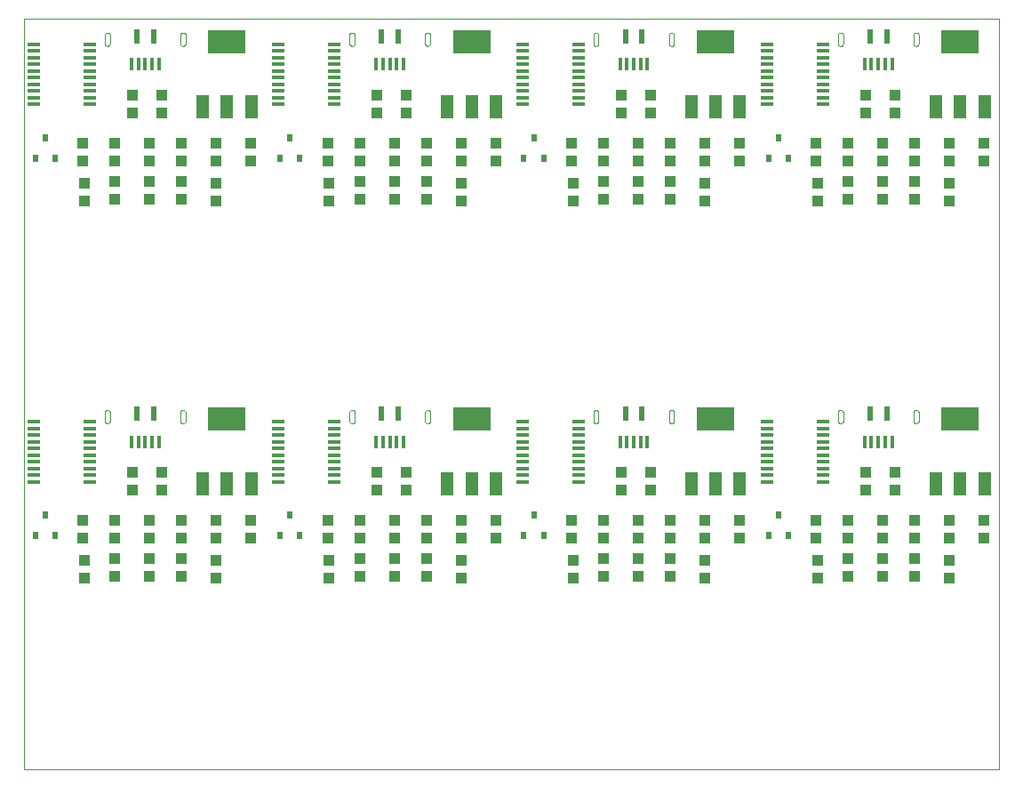
<source format=gtp>
G75*
%MOIN*%
%OFA0B0*%
%FSLAX24Y24*%
%IPPOS*%
%LPD*%
%AMOC8*
5,1,8,0,0,1.08239X$1,22.5*
%
%ADD10C,0.0000*%
%ADD11R,0.0394X0.0433*%
%ADD12R,0.0433X0.0394*%
%ADD13R,0.0450X0.0150*%
%ADD14R,0.0236X0.0276*%
%ADD15R,0.0480X0.0880*%
%ADD16R,0.1417X0.0866*%
%ADD17R,0.0236X0.0531*%
%ADD18R,0.0157X0.0492*%
D10*
X000881Y000911D02*
X000881Y029051D01*
X037433Y029051D01*
X037433Y000911D01*
X000881Y000911D01*
X003893Y013966D02*
X003893Y014281D01*
X003894Y014298D01*
X003899Y014315D01*
X003906Y014330D01*
X003916Y014344D01*
X003928Y014356D01*
X003942Y014366D01*
X003957Y014373D01*
X003974Y014378D01*
X003991Y014379D01*
X004008Y014378D01*
X004025Y014373D01*
X004040Y014366D01*
X004054Y014356D01*
X004066Y014344D01*
X004076Y014330D01*
X004083Y014315D01*
X004088Y014298D01*
X004089Y014281D01*
X004090Y014281D02*
X004090Y013966D01*
X003991Y013868D02*
X003974Y013869D01*
X003957Y013874D01*
X003942Y013881D01*
X003928Y013891D01*
X003916Y013903D01*
X003906Y013917D01*
X003899Y013932D01*
X003894Y013949D01*
X003893Y013966D01*
X003991Y013868D02*
X004008Y013869D01*
X004025Y013874D01*
X004040Y013881D01*
X004054Y013891D01*
X004066Y013903D01*
X004076Y013917D01*
X004083Y013932D01*
X004088Y013949D01*
X004089Y013966D01*
X006728Y013966D02*
X006728Y014281D01*
X006729Y014298D01*
X006734Y014315D01*
X006741Y014330D01*
X006751Y014344D01*
X006763Y014356D01*
X006777Y014366D01*
X006792Y014373D01*
X006809Y014378D01*
X006826Y014379D01*
X006843Y014378D01*
X006860Y014373D01*
X006875Y014366D01*
X006889Y014356D01*
X006901Y014344D01*
X006911Y014330D01*
X006918Y014315D01*
X006923Y014298D01*
X006924Y014281D01*
X006924Y013966D01*
X006826Y013868D02*
X006809Y013869D01*
X006792Y013874D01*
X006777Y013881D01*
X006763Y013891D01*
X006751Y013903D01*
X006741Y013917D01*
X006734Y013932D01*
X006729Y013949D01*
X006728Y013966D01*
X006826Y013868D02*
X006843Y013869D01*
X006860Y013874D01*
X006875Y013881D01*
X006889Y013891D01*
X006901Y013903D01*
X006911Y013917D01*
X006918Y013932D01*
X006923Y013949D01*
X006924Y013966D01*
X013070Y013966D02*
X013070Y014281D01*
X013071Y014281D02*
X013072Y014298D01*
X013077Y014315D01*
X013084Y014330D01*
X013094Y014344D01*
X013106Y014356D01*
X013120Y014366D01*
X013135Y014373D01*
X013152Y014378D01*
X013169Y014379D01*
X013186Y014378D01*
X013203Y014373D01*
X013218Y014366D01*
X013232Y014356D01*
X013244Y014344D01*
X013254Y014330D01*
X013261Y014315D01*
X013266Y014298D01*
X013267Y014281D01*
X013267Y013966D01*
X013169Y013868D02*
X013152Y013869D01*
X013135Y013874D01*
X013120Y013881D01*
X013106Y013891D01*
X013094Y013903D01*
X013084Y013917D01*
X013077Y013932D01*
X013072Y013949D01*
X013071Y013966D01*
X013169Y013868D02*
X013186Y013869D01*
X013203Y013874D01*
X013218Y013881D01*
X013232Y013891D01*
X013244Y013903D01*
X013254Y013917D01*
X013261Y013932D01*
X013266Y013949D01*
X013267Y013966D01*
X015905Y013966D02*
X015905Y014281D01*
X015906Y014298D01*
X015911Y014315D01*
X015918Y014330D01*
X015928Y014344D01*
X015940Y014356D01*
X015954Y014366D01*
X015969Y014373D01*
X015986Y014378D01*
X016003Y014379D01*
X016020Y014378D01*
X016037Y014373D01*
X016052Y014366D01*
X016066Y014356D01*
X016078Y014344D01*
X016088Y014330D01*
X016095Y014315D01*
X016100Y014298D01*
X016101Y014281D01*
X016102Y014281D02*
X016102Y013966D01*
X016003Y013868D02*
X015986Y013869D01*
X015969Y013874D01*
X015954Y013881D01*
X015940Y013891D01*
X015928Y013903D01*
X015918Y013917D01*
X015911Y013932D01*
X015906Y013949D01*
X015905Y013966D01*
X016003Y013868D02*
X016020Y013869D01*
X016037Y013874D01*
X016052Y013881D01*
X016066Y013891D01*
X016078Y013903D01*
X016088Y013917D01*
X016095Y013932D01*
X016100Y013949D01*
X016101Y013966D01*
X022218Y013966D02*
X022218Y014281D01*
X022219Y014298D01*
X022224Y014315D01*
X022231Y014330D01*
X022241Y014344D01*
X022253Y014356D01*
X022267Y014366D01*
X022282Y014373D01*
X022299Y014378D01*
X022316Y014379D01*
X022333Y014378D01*
X022350Y014373D01*
X022365Y014366D01*
X022379Y014356D01*
X022391Y014344D01*
X022401Y014330D01*
X022408Y014315D01*
X022413Y014298D01*
X022414Y014281D01*
X022415Y014281D02*
X022415Y013966D01*
X022316Y013868D02*
X022299Y013869D01*
X022282Y013874D01*
X022267Y013881D01*
X022253Y013891D01*
X022241Y013903D01*
X022231Y013917D01*
X022224Y013932D01*
X022219Y013949D01*
X022218Y013966D01*
X022316Y013868D02*
X022333Y013869D01*
X022350Y013874D01*
X022365Y013881D01*
X022379Y013891D01*
X022391Y013903D01*
X022401Y013917D01*
X022408Y013932D01*
X022413Y013949D01*
X022414Y013966D01*
X025052Y013966D02*
X025052Y014281D01*
X025053Y014281D02*
X025054Y014298D01*
X025059Y014315D01*
X025066Y014330D01*
X025076Y014344D01*
X025088Y014356D01*
X025102Y014366D01*
X025117Y014373D01*
X025134Y014378D01*
X025151Y014379D01*
X025168Y014378D01*
X025185Y014373D01*
X025200Y014366D01*
X025214Y014356D01*
X025226Y014344D01*
X025236Y014330D01*
X025243Y014315D01*
X025248Y014298D01*
X025249Y014281D01*
X025249Y013966D01*
X025151Y013868D02*
X025134Y013869D01*
X025117Y013874D01*
X025102Y013881D01*
X025088Y013891D01*
X025076Y013903D01*
X025066Y013917D01*
X025059Y013932D01*
X025054Y013949D01*
X025053Y013966D01*
X025151Y013868D02*
X025168Y013869D01*
X025185Y013874D01*
X025200Y013881D01*
X025214Y013891D01*
X025226Y013903D01*
X025236Y013917D01*
X025243Y013932D01*
X025248Y013949D01*
X025249Y013966D01*
X031390Y013966D02*
X031390Y014281D01*
X031391Y014298D01*
X031396Y014315D01*
X031403Y014330D01*
X031413Y014344D01*
X031425Y014356D01*
X031439Y014366D01*
X031454Y014373D01*
X031471Y014378D01*
X031488Y014379D01*
X031505Y014378D01*
X031522Y014373D01*
X031537Y014366D01*
X031551Y014356D01*
X031563Y014344D01*
X031573Y014330D01*
X031580Y014315D01*
X031585Y014298D01*
X031586Y014281D01*
X031586Y013966D01*
X031488Y013868D02*
X031471Y013869D01*
X031454Y013874D01*
X031439Y013881D01*
X031425Y013891D01*
X031413Y013903D01*
X031403Y013917D01*
X031396Y013932D01*
X031391Y013949D01*
X031390Y013966D01*
X031488Y013868D02*
X031505Y013869D01*
X031522Y013874D01*
X031537Y013881D01*
X031551Y013891D01*
X031563Y013903D01*
X031573Y013917D01*
X031580Y013932D01*
X031585Y013949D01*
X031586Y013966D01*
X034224Y013966D02*
X034224Y014281D01*
X034225Y014281D02*
X034226Y014298D01*
X034231Y014315D01*
X034238Y014330D01*
X034248Y014344D01*
X034260Y014356D01*
X034274Y014366D01*
X034289Y014373D01*
X034306Y014378D01*
X034323Y014379D01*
X034340Y014378D01*
X034357Y014373D01*
X034372Y014366D01*
X034386Y014356D01*
X034398Y014344D01*
X034408Y014330D01*
X034415Y014315D01*
X034420Y014298D01*
X034421Y014281D01*
X034421Y013966D01*
X034323Y013868D02*
X034306Y013869D01*
X034289Y013874D01*
X034274Y013881D01*
X034260Y013891D01*
X034248Y013903D01*
X034238Y013917D01*
X034231Y013932D01*
X034226Y013949D01*
X034225Y013966D01*
X034323Y013868D02*
X034340Y013869D01*
X034357Y013874D01*
X034372Y013881D01*
X034386Y013891D01*
X034398Y013903D01*
X034408Y013917D01*
X034415Y013932D01*
X034420Y013949D01*
X034421Y013966D01*
X034421Y028110D02*
X034421Y028425D01*
X034323Y028523D02*
X034306Y028522D01*
X034289Y028517D01*
X034274Y028510D01*
X034260Y028500D01*
X034248Y028488D01*
X034238Y028474D01*
X034231Y028459D01*
X034226Y028442D01*
X034225Y028425D01*
X034224Y028425D02*
X034224Y028110D01*
X034225Y028110D02*
X034226Y028093D01*
X034231Y028076D01*
X034238Y028061D01*
X034248Y028047D01*
X034260Y028035D01*
X034274Y028025D01*
X034289Y028018D01*
X034306Y028013D01*
X034323Y028012D01*
X034340Y028013D01*
X034357Y028018D01*
X034372Y028025D01*
X034386Y028035D01*
X034398Y028047D01*
X034408Y028061D01*
X034415Y028076D01*
X034420Y028093D01*
X034421Y028110D01*
X034421Y028425D02*
X034420Y028442D01*
X034415Y028459D01*
X034408Y028474D01*
X034398Y028488D01*
X034386Y028500D01*
X034372Y028510D01*
X034357Y028517D01*
X034340Y028522D01*
X034323Y028523D01*
X031586Y028425D02*
X031586Y028110D01*
X031488Y028012D02*
X031471Y028013D01*
X031454Y028018D01*
X031439Y028025D01*
X031425Y028035D01*
X031413Y028047D01*
X031403Y028061D01*
X031396Y028076D01*
X031391Y028093D01*
X031390Y028110D01*
X031390Y028425D01*
X031391Y028442D01*
X031396Y028459D01*
X031403Y028474D01*
X031413Y028488D01*
X031425Y028500D01*
X031439Y028510D01*
X031454Y028517D01*
X031471Y028522D01*
X031488Y028523D01*
X031505Y028522D01*
X031522Y028517D01*
X031537Y028510D01*
X031551Y028500D01*
X031563Y028488D01*
X031573Y028474D01*
X031580Y028459D01*
X031585Y028442D01*
X031586Y028425D01*
X031586Y028110D02*
X031585Y028093D01*
X031580Y028076D01*
X031573Y028061D01*
X031563Y028047D01*
X031551Y028035D01*
X031537Y028025D01*
X031522Y028018D01*
X031505Y028013D01*
X031488Y028012D01*
X025249Y028110D02*
X025249Y028425D01*
X025151Y028523D02*
X025134Y028522D01*
X025117Y028517D01*
X025102Y028510D01*
X025088Y028500D01*
X025076Y028488D01*
X025066Y028474D01*
X025059Y028459D01*
X025054Y028442D01*
X025053Y028425D01*
X025052Y028425D02*
X025052Y028110D01*
X025053Y028110D02*
X025054Y028093D01*
X025059Y028076D01*
X025066Y028061D01*
X025076Y028047D01*
X025088Y028035D01*
X025102Y028025D01*
X025117Y028018D01*
X025134Y028013D01*
X025151Y028012D01*
X025168Y028013D01*
X025185Y028018D01*
X025200Y028025D01*
X025214Y028035D01*
X025226Y028047D01*
X025236Y028061D01*
X025243Y028076D01*
X025248Y028093D01*
X025249Y028110D01*
X025249Y028425D02*
X025248Y028442D01*
X025243Y028459D01*
X025236Y028474D01*
X025226Y028488D01*
X025214Y028500D01*
X025200Y028510D01*
X025185Y028517D01*
X025168Y028522D01*
X025151Y028523D01*
X022415Y028425D02*
X022415Y028110D01*
X022316Y028012D02*
X022299Y028013D01*
X022282Y028018D01*
X022267Y028025D01*
X022253Y028035D01*
X022241Y028047D01*
X022231Y028061D01*
X022224Y028076D01*
X022219Y028093D01*
X022218Y028110D01*
X022218Y028425D01*
X022219Y028442D01*
X022224Y028459D01*
X022231Y028474D01*
X022241Y028488D01*
X022253Y028500D01*
X022267Y028510D01*
X022282Y028517D01*
X022299Y028522D01*
X022316Y028523D01*
X022333Y028522D01*
X022350Y028517D01*
X022365Y028510D01*
X022379Y028500D01*
X022391Y028488D01*
X022401Y028474D01*
X022408Y028459D01*
X022413Y028442D01*
X022414Y028425D01*
X022414Y028110D02*
X022413Y028093D01*
X022408Y028076D01*
X022401Y028061D01*
X022391Y028047D01*
X022379Y028035D01*
X022365Y028025D01*
X022350Y028018D01*
X022333Y028013D01*
X022316Y028012D01*
X016102Y028110D02*
X016102Y028425D01*
X016003Y028523D02*
X015986Y028522D01*
X015969Y028517D01*
X015954Y028510D01*
X015940Y028500D01*
X015928Y028488D01*
X015918Y028474D01*
X015911Y028459D01*
X015906Y028442D01*
X015905Y028425D01*
X015905Y028110D01*
X015906Y028093D01*
X015911Y028076D01*
X015918Y028061D01*
X015928Y028047D01*
X015940Y028035D01*
X015954Y028025D01*
X015969Y028018D01*
X015986Y028013D01*
X016003Y028012D01*
X016020Y028013D01*
X016037Y028018D01*
X016052Y028025D01*
X016066Y028035D01*
X016078Y028047D01*
X016088Y028061D01*
X016095Y028076D01*
X016100Y028093D01*
X016101Y028110D01*
X016101Y028425D02*
X016100Y028442D01*
X016095Y028459D01*
X016088Y028474D01*
X016078Y028488D01*
X016066Y028500D01*
X016052Y028510D01*
X016037Y028517D01*
X016020Y028522D01*
X016003Y028523D01*
X013267Y028425D02*
X013267Y028110D01*
X013169Y028012D02*
X013152Y028013D01*
X013135Y028018D01*
X013120Y028025D01*
X013106Y028035D01*
X013094Y028047D01*
X013084Y028061D01*
X013077Y028076D01*
X013072Y028093D01*
X013071Y028110D01*
X013070Y028110D02*
X013070Y028425D01*
X013071Y028425D02*
X013072Y028442D01*
X013077Y028459D01*
X013084Y028474D01*
X013094Y028488D01*
X013106Y028500D01*
X013120Y028510D01*
X013135Y028517D01*
X013152Y028522D01*
X013169Y028523D01*
X013186Y028522D01*
X013203Y028517D01*
X013218Y028510D01*
X013232Y028500D01*
X013244Y028488D01*
X013254Y028474D01*
X013261Y028459D01*
X013266Y028442D01*
X013267Y028425D01*
X013267Y028110D02*
X013266Y028093D01*
X013261Y028076D01*
X013254Y028061D01*
X013244Y028047D01*
X013232Y028035D01*
X013218Y028025D01*
X013203Y028018D01*
X013186Y028013D01*
X013169Y028012D01*
X006924Y028110D02*
X006924Y028425D01*
X006826Y028523D02*
X006809Y028522D01*
X006792Y028517D01*
X006777Y028510D01*
X006763Y028500D01*
X006751Y028488D01*
X006741Y028474D01*
X006734Y028459D01*
X006729Y028442D01*
X006728Y028425D01*
X006728Y028110D01*
X006729Y028093D01*
X006734Y028076D01*
X006741Y028061D01*
X006751Y028047D01*
X006763Y028035D01*
X006777Y028025D01*
X006792Y028018D01*
X006809Y028013D01*
X006826Y028012D01*
X006843Y028013D01*
X006860Y028018D01*
X006875Y028025D01*
X006889Y028035D01*
X006901Y028047D01*
X006911Y028061D01*
X006918Y028076D01*
X006923Y028093D01*
X006924Y028110D01*
X006924Y028425D02*
X006923Y028442D01*
X006918Y028459D01*
X006911Y028474D01*
X006901Y028488D01*
X006889Y028500D01*
X006875Y028510D01*
X006860Y028517D01*
X006843Y028522D01*
X006826Y028523D01*
X004090Y028425D02*
X004090Y028110D01*
X003991Y028012D02*
X003974Y028013D01*
X003957Y028018D01*
X003942Y028025D01*
X003928Y028035D01*
X003916Y028047D01*
X003906Y028061D01*
X003899Y028076D01*
X003894Y028093D01*
X003893Y028110D01*
X003893Y028425D01*
X003894Y028442D01*
X003899Y028459D01*
X003906Y028474D01*
X003916Y028488D01*
X003928Y028500D01*
X003942Y028510D01*
X003957Y028517D01*
X003974Y028522D01*
X003991Y028523D01*
X004008Y028522D01*
X004025Y028517D01*
X004040Y028510D01*
X004054Y028500D01*
X004066Y028488D01*
X004076Y028474D01*
X004083Y028459D01*
X004088Y028442D01*
X004089Y028425D01*
X004089Y028110D02*
X004088Y028093D01*
X004083Y028076D01*
X004076Y028061D01*
X004066Y028047D01*
X004054Y028035D01*
X004040Y028025D01*
X004025Y028018D01*
X004008Y028013D01*
X003991Y028012D01*
D11*
X004281Y024389D03*
X004281Y023720D03*
X003081Y023720D03*
X003081Y024389D03*
X003131Y022889D03*
X003131Y022220D03*
X005581Y023720D03*
X005581Y024389D03*
X006781Y024389D03*
X006781Y023720D03*
X008081Y023720D03*
X008081Y024389D03*
X009381Y024389D03*
X009381Y023720D03*
X008081Y022889D03*
X008081Y022220D03*
X012258Y023720D03*
X012258Y024389D03*
X013458Y024389D03*
X013458Y023720D03*
X014758Y023720D03*
X014758Y024389D03*
X015958Y024389D03*
X015958Y023720D03*
X017258Y023720D03*
X017258Y024389D03*
X018558Y024389D03*
X018558Y023720D03*
X017258Y022889D03*
X017258Y022220D03*
X021456Y022220D03*
X021456Y022889D03*
X021406Y023720D03*
X021406Y024389D03*
X022606Y024389D03*
X022606Y023720D03*
X023906Y023720D03*
X023906Y024389D03*
X025106Y024389D03*
X025106Y023720D03*
X026406Y023720D03*
X026406Y024389D03*
X027706Y024389D03*
X027706Y023720D03*
X026406Y022889D03*
X026406Y022220D03*
X030628Y022220D03*
X030628Y022889D03*
X030578Y023720D03*
X030578Y024389D03*
X031778Y024389D03*
X031778Y023720D03*
X033078Y023720D03*
X033078Y024389D03*
X034278Y024389D03*
X034278Y023720D03*
X035578Y023720D03*
X035578Y024389D03*
X036878Y024389D03*
X036878Y023720D03*
X035578Y022889D03*
X035578Y022220D03*
X035578Y010246D03*
X035578Y009576D03*
X035578Y008746D03*
X035578Y008076D03*
X036878Y009576D03*
X036878Y010246D03*
X034278Y010246D03*
X034278Y009576D03*
X033078Y009576D03*
X033078Y010246D03*
X031778Y010246D03*
X031778Y009576D03*
X030578Y009576D03*
X030578Y010246D03*
X030628Y008746D03*
X030628Y008076D03*
X027706Y009576D03*
X027706Y010246D03*
X026406Y010246D03*
X026406Y009576D03*
X026406Y008746D03*
X026406Y008076D03*
X025106Y009576D03*
X025106Y010246D03*
X023906Y010246D03*
X023906Y009576D03*
X022606Y009576D03*
X022606Y010246D03*
X021406Y010246D03*
X021406Y009576D03*
X021456Y008746D03*
X021456Y008076D03*
X018558Y009576D03*
X018558Y010246D03*
X017258Y010246D03*
X017258Y009576D03*
X017258Y008746D03*
X017258Y008076D03*
X015958Y009576D03*
X015958Y010246D03*
X014758Y010246D03*
X014758Y009576D03*
X013458Y009576D03*
X013458Y010246D03*
X012258Y010246D03*
X012258Y009576D03*
X012308Y008746D03*
X012308Y008076D03*
X009381Y009576D03*
X009381Y010246D03*
X008081Y010246D03*
X008081Y009576D03*
X008081Y008746D03*
X008081Y008076D03*
X006781Y009576D03*
X006781Y010246D03*
X005581Y010246D03*
X005581Y009576D03*
X004281Y009576D03*
X004281Y010246D03*
X003081Y010246D03*
X003081Y009576D03*
X003131Y008746D03*
X003131Y008076D03*
X012308Y022220D03*
X012308Y022889D03*
D12*
X013458Y022939D03*
X013458Y022270D03*
X014758Y022270D03*
X014758Y022939D03*
X015958Y022939D03*
X015958Y022270D03*
X015208Y025520D03*
X015208Y026189D03*
X014108Y026189D03*
X014108Y025520D03*
X006781Y022939D03*
X006781Y022270D03*
X005581Y022270D03*
X005581Y022939D03*
X004281Y022939D03*
X004281Y022270D03*
X004931Y025520D03*
X004931Y026189D03*
X006031Y026189D03*
X006031Y025520D03*
X022606Y022939D03*
X022606Y022270D03*
X023906Y022270D03*
X023906Y022939D03*
X025106Y022939D03*
X025106Y022270D03*
X024356Y025520D03*
X024356Y026189D03*
X023256Y026189D03*
X023256Y025520D03*
X031778Y022939D03*
X031778Y022270D03*
X033078Y022270D03*
X033078Y022939D03*
X034278Y022939D03*
X034278Y022270D03*
X033528Y025520D03*
X033528Y026189D03*
X032428Y026189D03*
X032428Y025520D03*
X032428Y012046D03*
X032428Y011376D03*
X033528Y011376D03*
X033528Y012046D03*
X033078Y008796D03*
X033078Y008126D03*
X034278Y008126D03*
X034278Y008796D03*
X031778Y008796D03*
X031778Y008126D03*
X025106Y008126D03*
X025106Y008796D03*
X023906Y008796D03*
X023906Y008126D03*
X022606Y008126D03*
X022606Y008796D03*
X023256Y011376D03*
X023256Y012046D03*
X024356Y012046D03*
X024356Y011376D03*
X015958Y008796D03*
X015958Y008126D03*
X014758Y008126D03*
X014758Y008796D03*
X013458Y008796D03*
X013458Y008126D03*
X014108Y011376D03*
X014108Y012046D03*
X015208Y012046D03*
X015208Y011376D03*
X006781Y008796D03*
X006781Y008126D03*
X005581Y008126D03*
X005581Y008796D03*
X004281Y008796D03*
X004281Y008126D03*
X004931Y011376D03*
X004931Y012046D03*
X006031Y012046D03*
X006031Y011376D03*
D13*
X003336Y011686D03*
X003336Y011936D03*
X003336Y012186D03*
X003336Y012436D03*
X003336Y012686D03*
X003336Y012936D03*
X003336Y013186D03*
X003336Y013436D03*
X003336Y013686D03*
X003336Y013936D03*
X001226Y013936D03*
X001226Y013686D03*
X001226Y013436D03*
X001226Y013186D03*
X001226Y012936D03*
X001226Y012686D03*
X001226Y012436D03*
X001226Y012186D03*
X001226Y011936D03*
X001226Y011686D03*
X010403Y011686D03*
X010403Y011936D03*
X010403Y012186D03*
X010403Y012436D03*
X010403Y012686D03*
X010403Y012936D03*
X010403Y013186D03*
X010403Y013436D03*
X010403Y013686D03*
X010403Y013936D03*
X012513Y013936D03*
X012513Y013686D03*
X012513Y013436D03*
X012513Y013186D03*
X012513Y012936D03*
X012513Y012686D03*
X012513Y012436D03*
X012513Y012186D03*
X012513Y011936D03*
X012513Y011686D03*
X019551Y011686D03*
X019551Y011936D03*
X019551Y012186D03*
X019551Y012436D03*
X019551Y012686D03*
X019551Y012936D03*
X019551Y013186D03*
X019551Y013436D03*
X019551Y013686D03*
X019551Y013936D03*
X021661Y013936D03*
X021661Y013686D03*
X021661Y013436D03*
X021661Y013186D03*
X021661Y012936D03*
X021661Y012686D03*
X021661Y012436D03*
X021661Y012186D03*
X021661Y011936D03*
X021661Y011686D03*
X028723Y011686D03*
X028723Y011936D03*
X028723Y012186D03*
X028723Y012436D03*
X028723Y012686D03*
X028723Y012936D03*
X028723Y013186D03*
X028723Y013436D03*
X028723Y013686D03*
X028723Y013936D03*
X030833Y013936D03*
X030833Y013686D03*
X030833Y013436D03*
X030833Y013186D03*
X030833Y012936D03*
X030833Y012686D03*
X030833Y012436D03*
X030833Y012186D03*
X030833Y011936D03*
X030833Y011686D03*
X030833Y025830D03*
X030833Y026080D03*
X030833Y026330D03*
X030833Y026580D03*
X030833Y026830D03*
X030833Y027080D03*
X030833Y027330D03*
X030833Y027580D03*
X030833Y027830D03*
X030833Y028080D03*
X028723Y028080D03*
X028723Y027830D03*
X028723Y027580D03*
X028723Y027330D03*
X028723Y027080D03*
X028723Y026830D03*
X028723Y026580D03*
X028723Y026330D03*
X028723Y026080D03*
X028723Y025830D03*
X021661Y025830D03*
X021661Y026080D03*
X021661Y026330D03*
X021661Y026580D03*
X021661Y026830D03*
X021661Y027080D03*
X021661Y027330D03*
X021661Y027580D03*
X021661Y027830D03*
X021661Y028080D03*
X019551Y028080D03*
X019551Y027830D03*
X019551Y027580D03*
X019551Y027330D03*
X019551Y027080D03*
X019551Y026830D03*
X019551Y026580D03*
X019551Y026330D03*
X019551Y026080D03*
X019551Y025830D03*
X012513Y025830D03*
X012513Y026080D03*
X012513Y026330D03*
X012513Y026580D03*
X012513Y026830D03*
X012513Y027080D03*
X012513Y027330D03*
X012513Y027580D03*
X012513Y027830D03*
X012513Y028080D03*
X010403Y028080D03*
X010403Y027830D03*
X010403Y027580D03*
X010403Y027330D03*
X010403Y027080D03*
X010403Y026830D03*
X010403Y026580D03*
X010403Y026330D03*
X010403Y026080D03*
X010403Y025830D03*
X003336Y025830D03*
X003336Y026080D03*
X003336Y026330D03*
X003336Y026580D03*
X003336Y026830D03*
X003336Y027080D03*
X003336Y027330D03*
X003336Y027580D03*
X003336Y027830D03*
X003336Y028080D03*
X001226Y028080D03*
X001226Y027830D03*
X001226Y027580D03*
X001226Y027330D03*
X001226Y027080D03*
X001226Y026830D03*
X001226Y026580D03*
X001226Y026330D03*
X001226Y026080D03*
X001226Y025830D03*
D14*
X001664Y024589D03*
X001290Y023802D03*
X002038Y023802D03*
X010467Y023802D03*
X011215Y023802D03*
X010841Y024589D03*
X019615Y023802D03*
X020363Y023802D03*
X019989Y024589D03*
X028787Y023802D03*
X029535Y023802D03*
X029161Y024589D03*
X029161Y010445D03*
X029535Y009658D03*
X028787Y009658D03*
X020363Y009658D03*
X019615Y009658D03*
X019989Y010445D03*
X011215Y009658D03*
X010467Y009658D03*
X010841Y010445D03*
X002038Y009658D03*
X001290Y009658D03*
X001664Y010445D03*
D15*
X007571Y011591D03*
X008481Y011591D03*
X009391Y011591D03*
X016748Y011591D03*
X017658Y011591D03*
X018568Y011591D03*
X025896Y011591D03*
X026806Y011591D03*
X027716Y011591D03*
X035068Y011591D03*
X035978Y011591D03*
X036888Y011591D03*
X036888Y025735D03*
X035978Y025735D03*
X035068Y025735D03*
X027716Y025735D03*
X026806Y025735D03*
X025896Y025735D03*
X018568Y025735D03*
X017658Y025735D03*
X016748Y025735D03*
X009391Y025735D03*
X008481Y025735D03*
X007571Y025735D03*
D16*
X008481Y028175D03*
X017658Y028175D03*
X026806Y028175D03*
X035978Y028175D03*
X035978Y014031D03*
X026806Y014031D03*
X017658Y014031D03*
X008481Y014031D03*
D17*
X005724Y014242D03*
X005094Y014242D03*
X014271Y014242D03*
X014901Y014242D03*
X023419Y014242D03*
X024048Y014242D03*
X032590Y014242D03*
X033220Y014242D03*
X033220Y028385D03*
X032590Y028385D03*
X024048Y028385D03*
X023419Y028385D03*
X014901Y028385D03*
X014271Y028385D03*
X005724Y028385D03*
X005094Y028385D03*
D18*
X005153Y027332D03*
X005409Y027332D03*
X005665Y027332D03*
X005920Y027332D03*
X004897Y027332D03*
X014074Y027332D03*
X014330Y027332D03*
X014586Y027332D03*
X014842Y027332D03*
X015098Y027332D03*
X023222Y027332D03*
X023478Y027332D03*
X023733Y027332D03*
X023989Y027332D03*
X024245Y027332D03*
X032394Y027332D03*
X032649Y027332D03*
X032905Y027332D03*
X033161Y027332D03*
X033417Y027332D03*
X033417Y013189D03*
X033161Y013189D03*
X032905Y013189D03*
X032649Y013189D03*
X032394Y013189D03*
X024245Y013189D03*
X023989Y013189D03*
X023733Y013189D03*
X023478Y013189D03*
X023222Y013189D03*
X015098Y013189D03*
X014842Y013189D03*
X014586Y013189D03*
X014330Y013189D03*
X014074Y013189D03*
X005920Y013189D03*
X005665Y013189D03*
X005409Y013189D03*
X005153Y013189D03*
X004897Y013189D03*
M02*

</source>
